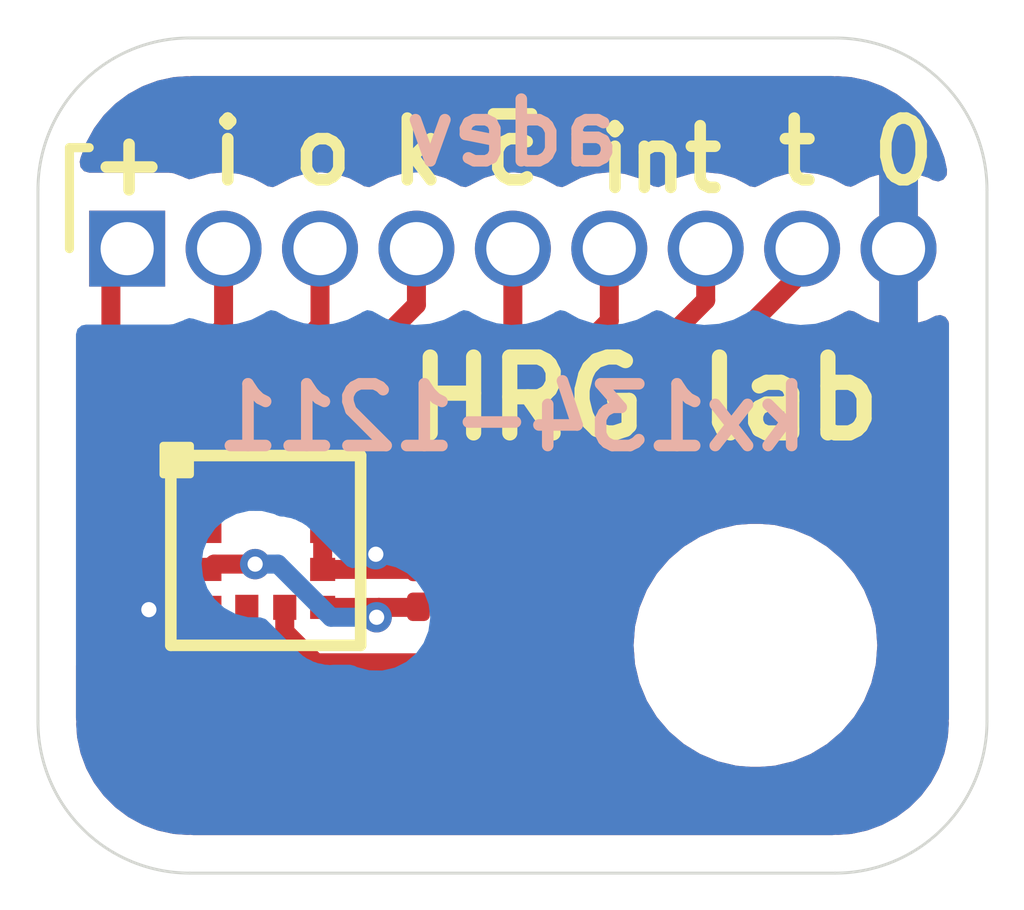
<source format=kicad_pcb>
(kicad_pcb (version 20211014) (generator pcbnew)
  (title_block (title "Accelerometer support") (date "2022-10-20") (rev "0.1") (company "Alexis Devillard - HRG - Imperial College London"))
  (layers (0 "F.Cu" signal "Front") (31 "B.Cu" signal "Back") (34 "B.Paste" user) (35 "F.Paste" user) (36 "B.SilkS" user "B.Silkscreen") (37 "F.SilkS" user "F.Silkscreen") (38 "B.Mask" user) (39 "F.Mask" user) (44 "Edge.Cuts" user))
  (net 0 "")
  (net 1 "+3.3V")
  (net 2 "GND")
  (net 3 "/SDI_SDA")
  (net 4 "/SDO_ADDR")
  (net 5 "/SCLK_SCL")
  (net 6 "/nCS")
  (net 7 "/INT2")
  (net 8 "/INT1")
  (net 9 "/TRIG")
  (footprint "Capacitor_SMD:C_01005_0402Metric" (layer "F.Cu") (at 144.5107 98.23 90)
    (fp_text reference "C1" hide)
    (fp_text value "100n" hide)
    (pad "1" smd roundrect (at -0.2625 0 90) (size 0.375 0.3) (layers "F.Cu" "F.Mask") (net 1 "+3.3V"))
    (pad "2" smd roundrect (at 0.2625 0 90) (size 0.375 0.3) (layers "F.Cu" "F.Mask") (net 2 "GND"))
  )
  (footprint "digikey-footprints:KX134-1211" (layer "F.Cu") (at 142.5007 97.75)
    (fp_text reference "U1" hide)
    (fp_text value "KX134-1211" hide)
    (fp_poly (pts (xy -0.996 -1.381) (xy -0.996 -1) (xy -1.35 -1) (xy -1.35 -1.381)) (layer "F.SilkS") (width 0.1) (fill solid))
    (pad "1" smd rect (at -0.7493 -0.750001 90) (size 0.3048 0.3302) (layers "F.Cu" "F.Paste" "F.Mask") (net 4 "/SDO_ADDR"))
    (pad "2" smd rect (at -0.7493 -0.25 90) (size 0.3048 0.3302) (layers "F.Cu" "F.Paste" "F.Mask") (net 3 "/SDI_SDA"))
    (pad "3" smd rect (at -0.7493 0.25 90) (size 0.3048 0.3302) (layers "F.Cu" "F.Paste" "F.Mask") (net 1 "+3.3V"))
    (pad "4" smd rect (at -0.7493 0.750001 90) (size 0.3048 0.3302) (layers "F.Cu" "F.Paste" "F.Mask") (net 9 "/TRIG"))
    (pad "5" smd rect (at -0.25 0.7493) (size 0.3048 0.3302) (layers "F.Cu" "F.Paste" "F.Mask") (net 8 "/INT1"))
    (pad "6" smd rect (at 0.25 0.7493) (size 0.3048 0.3302) (layers "F.Cu" "F.Paste" "F.Mask") (net 7 "/INT2"))
    (pad "7" smd rect (at 0.7493 0.750001 90) (size 0.3048 0.3302) (layers "F.Cu" "F.Paste" "F.Mask") (net 1 "+3.3V"))
    (pad "8" smd rect (at 0.7493 0.25 90) (size 0.3048 0.3302) (layers "F.Cu" "F.Paste" "F.Mask") (net 2 "GND"))
    (pad "9" smd rect (at 0.7493 -0.25 90) (size 0.3048 0.3302) (layers "F.Cu" "F.Paste" "F.Mask") (net 2 "GND"))
    (pad "10" smd rect (at 0.7493 -0.750001 90) (size 0.3048 0.3302) (layers "F.Cu" "F.Paste" "F.Mask") (net 6 "/nCS"))
    (pad "11" smd rect (at 0.25 -0.7493) (size 0.3048 0.3302) (layers "F.Cu" "F.Paste" "F.Mask"))
    (pad "12" smd rect (at -0.25 -0.7493) (size 0.3048 0.3302) (layers "F.Cu" "F.Paste" "F.Mask") (net 5 "/SCLK_SCL"))
  )
  (footprint "Connector_PinSocket_1.27mm:PinSocket_1x09_P1.27mm_Vertical" (layer "F.Cu") (at 140.675 93.775 90)
    (fp_text reference "J1" hide)
    (fp_text value "Conn_01x09_Male" hide)
    (fp_line (start 1.33 -0.76) (end 1.33 -0.5) (layer "F.SilkS") (width 0.12))
    (fp_line (start 0 -0.76) (end 1.33 -0.76) (layer "F.SilkS") (width 0.12))
    (pad "1" thru_hole rect (at 0 0 90) (size 1 1) (drill 0.7) (layers *.Cu *.Mask) (net 1 "+3.3V"))
    (pad "2" thru_hole oval (at 0 1.27 90) (size 1 1) (drill 0.7) (layers *.Cu *.Mask) (net 3 "/SDI_SDA"))
    (pad "3" thru_hole oval (at 0 2.54 90) (size 1 1) (drill 0.7) (layers *.Cu *.Mask) (net 4 "/SDO_ADDR"))
    (pad "4" thru_hole oval (at 0 3.81 90) (size 1 1) (drill 0.7) (layers *.Cu *.Mask) (net 5 "/SCLK_SCL"))
    (pad "5" thru_hole oval (at 0 5.08 90) (size 1 1) (drill 0.7) (layers *.Cu *.Mask) (net 6 "/nCS"))
    (pad "6" thru_hole oval (at 0 6.35 90) (size 1 1) (drill 0.7) (layers *.Cu *.Mask) (net 7 "/INT2"))
    (pad "7" thru_hole oval (at 0 7.62 90) (size 1 1) (drill 0.7) (layers *.Cu *.Mask) (net 8 "/INT1"))
    (pad "8" thru_hole oval (at 0 8.89 90) (size 1 1) (drill 0.7) (layers *.Cu *.Mask) (net 9 "/TRIG"))
    (pad "9" thru_hole oval (at 0 10.16 90) (size 1 1) (drill 0.7) (layers *.Cu *.Mask) (net 2 "GND"))
  )
  (footprint "Capacitor_SMD:C_01005_0402Metric" (layer "F.Cu") (at 140.4607 98.23 90)
    (fp_text reference "C2" hide)
    (fp_text value "1u" hide)
    (pad "1" smd roundrect (at -0.2625 0 90) (size 0.375 0.3) (layers "F.Cu" "F.Mask") (net 2 "GND"))
    (pad "2" smd roundrect (at 0.2625 0 90) (size 0.375 0.3) (layers "F.Cu" "F.Mask") (net 1 "+3.3V"))
  )
  (footprint "MountingHole:MountingHole_2.2mm_M2" (layer "F.Cu") (at 148.95 99)
    (fp_text reference "H2" hide)
    (fp_text value "MountingHole" hide)
    (pad "" np_thru_hole circle (at 0 0) (size 2.2 2.2) (drill 2.2) (layers *.Cu *.Mask))
  )
  (gr_line (start 141.25 96.5) (end 143.75 96.5) (layer "F.SilkS") (width 0.1524))
  (gr_line (start 145.5 92) (end 146 92) (layer "F.SilkS") (width 0.1524))
  (gr_line (start 143.75 99) (end 141.25 99) (layer "F.SilkS") (width 0.1524))
  (gr_line (start 141.25 99) (end 141.25 96.5) (layer "F.SilkS") (width 0.1524))
  (gr_line (start 140.4 92.7) (end 141 92.7) (layer "F.SilkS") (width 0.1524))
  (gr_line (start 143.75 96.5) (end 143.75 99) (layer "F.SilkS") (width 0.1524))
  (gr_line (start 140.7 93) (end 140.7 92.4) (layer "F.SilkS") (width 0.1524))
  (gr_line (start 152 93) (end 152 100) (layer "Edge.Cuts") (width 0.0381))
  (gr_line (start 139.5 100) (end 139.5 93) (layer "Edge.Cuts") (width 0.0381))
  (gr_arc (start 139.5 93) (mid 140.085786 91.585786) (end 141.5 91) (layer "Edge.Cuts") (width 0.0381))
  (gr_line (start 150 102) (end 141.5 102) (layer "Edge.Cuts") (width 0.0381))
  (gr_arc (start 150 91) (mid 151.414214 91.585786) (end 152 93) (layer "Edge.Cuts") (width 0.0381))
  (gr_arc (start 152 100) (mid 151.414214 101.414214) (end 150 102) (layer "Edge.Cuts") (width 0.0381))
  (gr_arc (start 141.5 102) (mid 140.085786 101.414214) (end 139.5 100) (layer "Edge.Cuts") (width 0.0381))
  (gr_line (start 141.5 91) (end 150 91) (layer "Edge.Cuts") (width 0.0381))
  (gr_text "kx134-1211" (at 145.75 96) (layer "B.SilkS") (effects (font (size 0.8128 0.8128) (thickness 0.1524)) (justify mirror)))
  (gr_text "adev" (at 145.75 92.25) (layer "B.SilkS") (effects (font (size 0.8128 0.8128) (thickness 0.1524)) (justify mirror)))
  (gr_text "0" (at 150.9 92.5) (layer "F.SilkS") (effects (font (size 0.8128 0.8128) (thickness 0.1524))))
  (gr_text "t" (at 149.5 92.5) (layer "F.SilkS") (effects (font (size 0.8128 0.8128) (thickness 0.1524))))
  (gr_text "HRG lab" (at 147.5 95.75) (layer "F.SilkS") (effects (font (size 1 1) (thickness 0.2))))
  (gr_text "i" (at 142 92.5) (layer "F.SilkS") (effects (font (size 0.8128 0.8128) (thickness 0.1524))))
  (gr_text "int" (at 147.7 92.6) (layer "F.SilkS") (effects (font (size 0.8128 0.8128) (thickness 0.1524))))
  (gr_text "k" (at 144.5 92.5) (layer "F.SilkS") (effects (font (size 0.8128 0.8128) (thickness 0.1524))))
  (gr_text "o" (at 143.25 92.5) (layer "F.SilkS") (effects (font (size 0.8128 0.8128) (thickness 0.1524))))
  (gr_text "c" (at 145.75 92.5) (layer "F.SilkS") (effects (font (size 0.8128 0.8128) (thickness 0.1524))))
  (segment (start 143.9607 98.63) (end 143.9607 98.53) (width 0.25) (layer "F.Cu") (net 1))
  (segment (start 143.9607 98.53) (end 143.990699 98.500001) (width 0.25) (layer "F.Cu") (net 1))
  (segment (start 141.7514 98) (end 141.7464 98.005) (width 0.25) (layer "F.Cu") (net 1))
  (segment (start 140.4607 93.9893) (end 140.675 93.775) (width 0.25) (layer "F.Cu") (net 1))
  (segment (start 141.7464 98.005) (end 140.5107 98.005) (width 0.25) (layer "F.Cu") (net 1))
  (segment (start 143.990699 98.500001) (end 144.490699 98.500001) (width 0.25) (layer "F.Cu") (net 1))
  (segment (start 143.25 98.500001) (end 143.990699 98.500001) (width 0.25) (layer "F.Cu") (net 1))
  (segment (start 140.4607 97.9675) (end 140.4607 93.9893) (width 0.25) (layer "F.Cu") (net 1))
  (segment (start 142.3607 97.93) (end 141.8214 97.93) (width 0.25) (layer "F.Cu") (net 1))
  (segment (start 141.8214 97.93) (end 141.7514 98) (width 0.25) (layer "F.Cu") (net 1))
  (segment (start 144.490699 98.500001) (end 144.5107 98.48) (width 0.25) (layer "F.Cu") (net 1))
  (via (at 143.9607 98.63) (size 0.4) (drill 0.2) (layers "F.Cu" "B.Cu") (net 1))
  (via (at 142.3607 97.93) (size 0.4) (drill 0.2) (layers "F.Cu" "B.Cu") (net 1))
  (segment (start 142.3607 97.93) (end 142.6607 97.93) (width 0.25) (layer "B.Cu") (net 1))
  (segment (start 143.3607 98.63) (end 143.9607 98.63) (width 0.25) (layer "B.Cu") (net 1))
  (segment (start 142.6607 97.93) (end 143.3607 98.63) (width 0.25) (layer "B.Cu") (net 1))
  (segment (start 144.4907 98) (end 144.5107 97.98) (width 0.25) (layer "F.Cu") (net 2))
  (segment (start 140.9107 98.48) (end 140.9607 98.53) (width 0.25) (layer "F.Cu") (net 2))
  (segment (start 143.25 98) (end 144.4907 98) (width 0.25) (layer "F.Cu") (net 2))
  (segment (start 143.25 98) (end 143.25 97.5) (width 0.25) (layer "F.Cu") (net 2))
  (segment (start 144.13 97.98) (end 144.5107 97.98) (width 0.25) (layer "F.Cu") (net 2))
  (segment (start 140.4607 98.48) (end 140.9107 98.48) (width 0.25) (layer "F.Cu") (net 2))
  (segment (start 143.95 97.8) (end 144.13 97.98) (width 0.25) (layer "F.Cu") (net 2))
  (via (at 143.95 97.8) (size 0.4) (drill 0.2) (layers "F.Cu" "B.Cu") (net 2))
  (via (at 140.9607 98.53) (size 0.4) (drill 0.2) (layers "F.Cu" "B.Cu") (net 2))
  (segment (start 141.945 93.775) (end 141.945 94.805) (width 0.25) (layer "F.Cu") (net 3))
  (segment (start 141.945 94.805) (end 141 95.75) (width 0.25) (layer "F.Cu") (net 3))
  (segment (start 141 97) (end 141.5 97.5) (width 0.25) (layer "F.Cu") (net 3))
  (segment (start 141 95.75) (end 141 97) (width 0.25) (layer "F.Cu") (net 3))
  (segment (start 141.5 97.5) (end 141.7514 97.5) (width 0.25) (layer "F.Cu") (net 3))
  (segment (start 141.7514 96.2486) (end 143.215 94.785) (width 0.25) (layer "F.Cu") (net 4))
  (segment (start 143.215 94.785) (end 143.215 93.775) (width 0.25) (layer "F.Cu") (net 4))
  (segment (start 141.7514 96.999999) (end 141.7514 96.2486) (width 0.25) (layer "F.Cu") (net 4))
  (segment (start 142.2507 96.7493) (end 144.485 94.515) (width 0.25) (layer "F.Cu") (net 5))
  (segment (start 142.2507 97.0007) (end 142.2507 96.7493) (width 0.25) (layer "F.Cu") (net 5))
  (segment (start 144.485 94.515) (end 144.485 93.775) (width 0.25) (layer "F.Cu") (net 5))
  (segment (start 143.25 96.999999) (end 143.750001 96.999999) (width 0.25) (layer "F.Cu") (net 6))
  (segment (start 145.755 94.995) (end 145.755 93.775) (width 0.25) (layer "F.Cu") (net 6))
  (segment (start 143.750001 96.999999) (end 145.755 94.995) (width 0.25) (layer "F.Cu") (net 6))
  (segment (start 143.158499 99.23) (end 144.72 99.23) (width 0.25) (layer "F.Cu") (net 7))
  (segment (start 147.025 94.725) (end 147.025 93.775) (width 0.25) (layer "F.Cu") (net 7))
  (segment (start 145.15 96.6) (end 147.025 94.725) (width 0.25) (layer "F.Cu") (net 7))
  (segment (start 145.15 98.8) (end 145.15 96.6) (width 0.25) (layer "F.Cu") (net 7))
  (segment (start 144.72 99.23) (end 145.15 98.8) (width 0.25) (layer "F.Cu") (net 7))
  (segment (start 142.7507 98.822201) (end 143.158499 99.23) (width 0.25) (layer "F.Cu") (net 7))
  (segment (start 142.7507 98.4993) (end 142.7507 98.822201) (width 0.25) (layer "F.Cu") (net 7))
  (segment (start 148.295 94.455) (end 148.295 93.775) (width 0.25) (layer "F.Cu") (net 8))
  (segment (start 142.2507 98.4993) (end 142.2507 98.9144) (width 0.25) (layer "F.Cu") (net 8))
  (segment (start 145.65 99) (end 145.65 97.1) (width 0.25) (layer "F.Cu") (net 8))
  (segment (start 145.65 97.1) (end 148.295 94.455) (width 0.25) (layer "F.Cu") (net 8))
  (segment (start 145.02 99.63) (end 145.65 99) (width 0.25) (layer "F.Cu") (net 8))
  (segment (start 142.9663 99.63) (end 145.02 99.63) (width 0.25) (layer "F.Cu") (net 8))
  (segment (start 142.2507 98.9144) (end 142.9663 99.63) (width 0.25) (layer "F.Cu") (net 8))
  (segment (start 149.565 93.775) (end 149.565 94.085) (width 0.25) (layer "F.Cu") (net 9))
  (segment (start 149.565 94.085) (end 146.15 97.5) (width 0.25) (layer "F.Cu") (net 9))
  (segment (start 146.15 97.5) (end 146.15 99.2407) (width 0.25) (layer "F.Cu") (net 9))
  (segment (start 145.3607 100.03) (end 142.7607 100.03) (width 0.25) (layer "F.Cu") (net 9))
  (segment (start 142.7607 100.03) (end 141.7514 99.0207) (width 0.25) (layer "F.Cu") (net 9))
  (segment (start 141.7514 99.0207) (end 141.7514 98.500001) (width 0.25) (layer "F.Cu") (net 9))
  (segment (start 146.15 99.2407) (end 145.3607 100.03) (width 0.25) (layer "F.Cu") (net 9))
  (zone (net 2) (net_name "GND") (layer "F.Cu") (name "GND") (connect_pads (clearance 0.5)) (min_thickness 0.254) (fill yes (thermal_gap 0.508) (thermal_bridge_width 0.508))
    (polygon (pts (xy 152.25 102.25) (xy 139.25 102.25) (xy 139.25 90.75) (xy 152.25 90.75)))
  )
  (zone (net 2) (net_name "GND") (layer "B.Cu") (name "GND") (connect_pads (clearance 0.5)) (min_thickness 0.254) (fill yes (thermal_gap 0.508) (thermal_bridge_width 0.508))
    (polygon (pts (xy 152.5 102.5) (xy 139 102.5) (xy 139 90.5) (xy 152.5 90.5)))
  )
)
</source>
